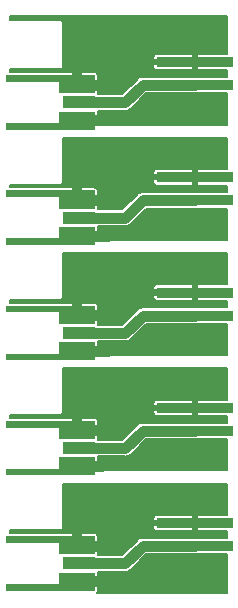
<source format=gbr>
G04 #@! TF.GenerationSoftware,KiCad,Pcbnew,(5.0.2)-1*
G04 #@! TF.CreationDate,2019-09-04T12:41:45-04:00*
G04 #@! TF.ProjectId,MMCX_2DD-100P_Odd,4d4d4358-5f32-4444-942d-313030505f4f,rev?*
G04 #@! TF.SameCoordinates,Original*
G04 #@! TF.FileFunction,Copper,L2,Bot*
G04 #@! TF.FilePolarity,Positive*
%FSLAX46Y46*%
G04 Gerber Fmt 4.6, Leading zero omitted, Abs format (unit mm)*
G04 Created by KiCad (PCBNEW (5.0.2)-1) date 9/4/2019 12:41:45 PM*
%MOMM*%
%LPD*%
G01*
G04 APERTURE LIST*
G04 #@! TA.AperFunction,SMDPad,CuDef*
%ADD10R,6.477000X0.883920*%
G04 #@! TD*
G04 #@! TA.AperFunction,SMDPad,CuDef*
%ADD11R,2.695200X1.092200*%
G04 #@! TD*
G04 #@! TA.AperFunction,SMDPad,CuDef*
%ADD12C,1.525300*%
G04 #@! TD*
G04 #@! TA.AperFunction,Conductor*
%ADD13C,0.100000*%
G04 #@! TD*
G04 #@! TA.AperFunction,ViaPad*
%ADD14C,0.800000*%
G04 #@! TD*
G04 #@! TA.AperFunction,Conductor*
%ADD15C,0.896620*%
G04 #@! TD*
G04 #@! TA.AperFunction,Conductor*
%ADD16C,0.883920*%
G04 #@! TD*
G04 #@! TA.AperFunction,Conductor*
%ADD17C,0.152400*%
G04 #@! TD*
G04 APERTURE END LIST*
D10*
G04 #@! TO.P,J2,1*
G04 #@! TO.N,Net-(J1-Pad1)*
X156189135Y-28026470D03*
G04 #@! TO.P,J2,3*
G04 #@! TO.N,Net-(J1-Pad2)*
X156189135Y-26074760D03*
G04 #@! TD*
G04 #@! TO.P,J5,1*
G04 #@! TO.N,Net-(J4-Pad1)*
X156189135Y-37784990D03*
G04 #@! TO.P,J5,3*
G04 #@! TO.N,Net-(J4-Pad2)*
X156189135Y-35833280D03*
G04 #@! TD*
G04 #@! TO.P,J8,1*
G04 #@! TO.N,Net-(J7-Pad1)*
X156189135Y-47543507D03*
G04 #@! TO.P,J8,3*
G04 #@! TO.N,Net-(J7-Pad2)*
X156189135Y-45591797D03*
G04 #@! TD*
G04 #@! TO.P,J11,1*
G04 #@! TO.N,Net-(J10-Pad1)*
X156189135Y-57302027D03*
G04 #@! TO.P,J11,3*
G04 #@! TO.N,Net-(J10-Pad2)*
X156189135Y-55350317D03*
G04 #@! TD*
G04 #@! TO.P,J14,1*
G04 #@! TO.N,Net-(J13-Pad1)*
X156189135Y-67060553D03*
G04 #@! TO.P,J14,3*
G04 #@! TO.N,Net-(J13-Pad2)*
X156189135Y-65108843D03*
G04 #@! TD*
D11*
G04 #@! TO.P,J1,1*
G04 #@! TO.N,Net-(J1-Pad1)*
X146393385Y-29490245D03*
D12*
G04 #@! TO.P,J1,2*
G04 #@! TO.N,Net-(J1-Pad2)*
X146240985Y-31027595D03*
D13*
G04 #@! TD*
G04 #@! TO.N,Net-(J1-Pad2)*
G04 #@! TO.C,J1*
G36*
X147740985Y-31790245D02*
X140240985Y-31790245D01*
X140240985Y-31240245D01*
X144740985Y-31240245D01*
X144740985Y-30264945D01*
X147740985Y-30264945D01*
X147740985Y-31790245D01*
X147740985Y-31790245D01*
G37*
D12*
G04 #@! TO.P,J1,2*
G04 #@! TO.N,Net-(J1-Pad2)*
X146240985Y-27952895D03*
D13*
G04 #@! TD*
G04 #@! TO.N,Net-(J1-Pad2)*
G04 #@! TO.C,J1*
G36*
X147740985Y-28715545D02*
X144740985Y-28715545D01*
X144740985Y-27740245D01*
X140240985Y-27740245D01*
X140240985Y-27190245D01*
X147740985Y-27190245D01*
X147740985Y-28715545D01*
X147740985Y-28715545D01*
G37*
D12*
G04 #@! TO.P,J4,2*
G04 #@! TO.N,Net-(J4-Pad2)*
X146240985Y-37711415D03*
D13*
G04 #@! TD*
G04 #@! TO.N,Net-(J4-Pad2)*
G04 #@! TO.C,J4*
G36*
X147740985Y-38474065D02*
X144740985Y-38474065D01*
X144740985Y-37498765D01*
X140240985Y-37498765D01*
X140240985Y-36948765D01*
X147740985Y-36948765D01*
X147740985Y-38474065D01*
X147740985Y-38474065D01*
G37*
D12*
G04 #@! TO.P,J4,2*
G04 #@! TO.N,Net-(J4-Pad2)*
X146240985Y-40786115D03*
D13*
G04 #@! TD*
G04 #@! TO.N,Net-(J4-Pad2)*
G04 #@! TO.C,J4*
G36*
X147740985Y-41548765D02*
X140240985Y-41548765D01*
X140240985Y-40998765D01*
X144740985Y-40998765D01*
X144740985Y-40023465D01*
X147740985Y-40023465D01*
X147740985Y-41548765D01*
X147740985Y-41548765D01*
G37*
D11*
G04 #@! TO.P,J4,1*
G04 #@! TO.N,Net-(J4-Pad1)*
X146393385Y-39248765D03*
G04 #@! TD*
D12*
G04 #@! TO.P,J7,2*
G04 #@! TO.N,Net-(J7-Pad2)*
X146240985Y-47469935D03*
D13*
G04 #@! TD*
G04 #@! TO.N,Net-(J7-Pad2)*
G04 #@! TO.C,J7*
G36*
X147740985Y-48232585D02*
X144740985Y-48232585D01*
X144740985Y-47257285D01*
X140240985Y-47257285D01*
X140240985Y-46707285D01*
X147740985Y-46707285D01*
X147740985Y-48232585D01*
X147740985Y-48232585D01*
G37*
D12*
G04 #@! TO.P,J7,2*
G04 #@! TO.N,Net-(J7-Pad2)*
X146240985Y-50544635D03*
D13*
G04 #@! TD*
G04 #@! TO.N,Net-(J7-Pad2)*
G04 #@! TO.C,J7*
G36*
X147740985Y-51307285D02*
X140240985Y-51307285D01*
X140240985Y-50757285D01*
X144740985Y-50757285D01*
X144740985Y-49781985D01*
X147740985Y-49781985D01*
X147740985Y-51307285D01*
X147740985Y-51307285D01*
G37*
D11*
G04 #@! TO.P,J7,1*
G04 #@! TO.N,Net-(J7-Pad1)*
X146393385Y-49007285D03*
G04 #@! TD*
D12*
G04 #@! TO.P,J10,2*
G04 #@! TO.N,Net-(J10-Pad2)*
X146240985Y-57228455D03*
D13*
G04 #@! TD*
G04 #@! TO.N,Net-(J10-Pad2)*
G04 #@! TO.C,J10*
G36*
X147740985Y-57991105D02*
X144740985Y-57991105D01*
X144740985Y-57015805D01*
X140240985Y-57015805D01*
X140240985Y-56465805D01*
X147740985Y-56465805D01*
X147740985Y-57991105D01*
X147740985Y-57991105D01*
G37*
D12*
G04 #@! TO.P,J10,2*
G04 #@! TO.N,Net-(J10-Pad2)*
X146240985Y-60303155D03*
D13*
G04 #@! TD*
G04 #@! TO.N,Net-(J10-Pad2)*
G04 #@! TO.C,J10*
G36*
X147740985Y-61065805D02*
X140240985Y-61065805D01*
X140240985Y-60515805D01*
X144740985Y-60515805D01*
X144740985Y-59540505D01*
X147740985Y-59540505D01*
X147740985Y-61065805D01*
X147740985Y-61065805D01*
G37*
D11*
G04 #@! TO.P,J10,1*
G04 #@! TO.N,Net-(J10-Pad1)*
X146393385Y-58765805D03*
G04 #@! TD*
D12*
G04 #@! TO.P,J13,2*
G04 #@! TO.N,Net-(J13-Pad2)*
X146240985Y-66986975D03*
D13*
G04 #@! TD*
G04 #@! TO.N,Net-(J13-Pad2)*
G04 #@! TO.C,J13*
G36*
X147740985Y-67749625D02*
X144740985Y-67749625D01*
X144740985Y-66774325D01*
X140240985Y-66774325D01*
X140240985Y-66224325D01*
X147740985Y-66224325D01*
X147740985Y-67749625D01*
X147740985Y-67749625D01*
G37*
D12*
G04 #@! TO.P,J13,2*
G04 #@! TO.N,Net-(J13-Pad2)*
X146240985Y-70061675D03*
D13*
G04 #@! TD*
G04 #@! TO.N,Net-(J13-Pad2)*
G04 #@! TO.C,J13*
G36*
X147740985Y-70824325D02*
X140240985Y-70824325D01*
X140240985Y-70274325D01*
X144740985Y-70274325D01*
X144740985Y-69299025D01*
X147740985Y-69299025D01*
X147740985Y-70824325D01*
X147740985Y-70824325D01*
G37*
D11*
G04 #@! TO.P,J13,1*
G04 #@! TO.N,Net-(J13-Pad1)*
X146393385Y-68524325D03*
G04 #@! TD*
D14*
G04 #@! TO.N,Net-(J1-Pad2)*
X148382319Y-28026467D03*
X148382319Y-23147201D03*
X149846097Y-26074763D03*
X150334023Y-23147207D03*
X151797801Y-24123059D03*
X148382319Y-30954023D03*
X148382319Y-26148335D03*
X155701209Y-24610985D03*
X151797801Y-29978171D03*
X150334023Y-30954023D03*
X158140839Y-24610985D03*
X149846097Y-28026467D03*
X153261579Y-29490245D03*
X150821949Y-27050615D03*
X155701209Y-29490245D03*
X158140839Y-29490245D03*
X153261579Y-24610985D03*
G04 #@! TO.N,Net-(J4-Pad2)*
X153261579Y-39248765D03*
X155701209Y-39248765D03*
X158140839Y-39248765D03*
X148382319Y-32905727D03*
X148382319Y-37784987D03*
X148382319Y-40761159D03*
X148382319Y-35833283D03*
X151797801Y-33881579D03*
X151797801Y-39736691D03*
X150334023Y-40712543D03*
X149846097Y-37784987D03*
X149846097Y-35833283D03*
X150821949Y-36809135D03*
X150334023Y-32905727D03*
X153261579Y-34369505D03*
X155701209Y-34369505D03*
X158140839Y-34369505D03*
G04 #@! TO.N,Net-(J7-Pad2)*
X153261579Y-49007285D03*
X155701209Y-49007285D03*
X158140839Y-49007285D03*
X148382319Y-47543507D03*
X148382319Y-45591803D03*
X151797801Y-49495211D03*
X150334023Y-50471063D03*
X149846097Y-45591803D03*
X150821949Y-46567655D03*
X148382319Y-50519709D03*
X151797801Y-43640099D03*
X148382319Y-42664247D03*
X150334023Y-42664247D03*
X153261579Y-44128025D03*
X155701209Y-44128025D03*
X158140839Y-44128025D03*
X149846097Y-47543507D03*
G04 #@! TO.N,Net-(J10-Pad2)*
X153261579Y-58765805D03*
X155701209Y-58765805D03*
X158140839Y-58765805D03*
X148382319Y-57302027D03*
X148382337Y-60303155D03*
X148382337Y-52422866D03*
X148382319Y-55350323D03*
X149846097Y-55350323D03*
X150334023Y-60229583D03*
X151797801Y-53398619D03*
X151797801Y-59253731D03*
X150821949Y-56326175D03*
X150334023Y-52422767D03*
X153261579Y-53886545D03*
X155701209Y-53886545D03*
X158140839Y-53886545D03*
X149846097Y-57302027D03*
G04 #@! TO.N,Net-(J13-Pad2)*
X155701209Y-68524325D03*
X151797801Y-69012251D03*
X149846097Y-65108843D03*
X148382319Y-67060547D03*
X148382337Y-62181441D03*
X148382337Y-70036809D03*
X148308931Y-65182415D03*
X150334023Y-69988103D03*
X158140839Y-68524325D03*
X150821949Y-66084695D03*
X153261579Y-68524325D03*
X150334023Y-62181287D03*
X158140839Y-63645065D03*
X155701209Y-63645065D03*
X153261579Y-63645065D03*
X151797801Y-63157139D03*
X149846097Y-67060547D03*
G04 #@! TD*
D15*
G04 #@! TO.N,Net-(J1-Pad1)*
X150334023Y-29490245D02*
X146393385Y-29490245D01*
X151797798Y-28026470D02*
X156189135Y-28026470D01*
X150334023Y-29490245D02*
X151797798Y-28026470D01*
D16*
G04 #@! TO.N,Net-(J1-Pad2)*
X146240985Y-27643680D02*
X146240985Y-25776467D01*
D15*
X146240985Y-27977911D02*
X147942949Y-27977911D01*
X146240985Y-31002609D02*
X148821659Y-31002609D01*
X148821659Y-31002609D02*
X148821659Y-31002609D01*
G04 #@! TO.N,Net-(J4-Pad1)*
X150334023Y-39248765D02*
X146393385Y-39248765D01*
X151797798Y-37784990D02*
X156189135Y-37784990D01*
X150334023Y-39248765D02*
X151797798Y-37784990D01*
D16*
G04 #@! TO.N,Net-(J4-Pad2)*
X146240985Y-37402230D02*
X146240985Y-36022913D01*
X146240985Y-36022913D02*
X146430582Y-35833316D01*
D15*
X146240985Y-37736461D02*
X147942919Y-37736461D01*
X146240985Y-40761159D02*
X148333787Y-40761159D01*
X148821662Y-40761159D02*
X148821662Y-40761159D01*
X148333787Y-40761159D02*
X148821662Y-40761159D01*
G04 #@! TO.N,Net-(J7-Pad1)*
X150334023Y-49007285D02*
X146393385Y-49007285D01*
X151797801Y-47543507D02*
X156189135Y-47543507D01*
X150334023Y-49007285D02*
X151797801Y-47543507D01*
D16*
G04 #@! TO.N,Net-(J7-Pad2)*
X146240985Y-47160780D02*
X146240985Y-45781433D01*
X146240985Y-45781433D02*
X146430549Y-45591869D01*
D15*
X146240985Y-47495011D02*
X147942889Y-47495011D01*
X146240985Y-50519709D02*
X148382319Y-50519709D01*
X148382319Y-50519709D02*
X148821665Y-50519709D01*
G04 #@! TO.N,Net-(J10-Pad1)*
X150334023Y-58765805D02*
X146393385Y-58765805D01*
X151797801Y-57302027D02*
X156189135Y-57302027D01*
X150334023Y-58765805D02*
X151797801Y-57302027D01*
D16*
G04 #@! TO.N,Net-(J10-Pad2)*
X146240985Y-57271040D02*
X146240985Y-55539953D01*
D15*
X146240985Y-60303155D02*
X148308747Y-60303155D01*
X146240985Y-57228455D02*
X148308747Y-57228455D01*
X148308747Y-60303155D02*
X148308747Y-60303155D01*
G04 #@! TO.N,Net-(J13-Pad1)*
X146393385Y-68524325D02*
X150334023Y-68524325D01*
X151797795Y-67060553D02*
X156189135Y-67060553D01*
X150334023Y-68524325D02*
X151797795Y-67060553D01*
D16*
G04 #@! TO.N,Net-(J13-Pad2)*
X146240985Y-66677880D02*
X146240985Y-65298473D01*
X146240985Y-65298473D02*
X146430483Y-65108975D01*
D15*
X146240985Y-67012111D02*
X147942829Y-67012111D01*
X146240985Y-70036809D02*
X148821671Y-70036809D01*
G04 #@! TD*
D17*
G04 #@! TO.N,Net-(J1-Pad2)*
G36*
X158941700Y-31365749D02*
X147996214Y-31365749D01*
X147996214Y-30264945D01*
X147991310Y-30215152D01*
X147984455Y-30192555D01*
X150299525Y-30192555D01*
X150334023Y-30195953D01*
X150368521Y-30192555D01*
X150368523Y-30192555D01*
X150471700Y-30182393D01*
X150604086Y-30142234D01*
X150726093Y-30077020D01*
X150833034Y-29989256D01*
X150855033Y-29962450D01*
X152088705Y-28728780D01*
X156223635Y-28728780D01*
X156275640Y-28723658D01*
X158941700Y-28723658D01*
X158941700Y-31365749D01*
X158941700Y-31365749D01*
G37*
X158941700Y-31365749D02*
X147996214Y-31365749D01*
X147996214Y-30264945D01*
X147991310Y-30215152D01*
X147984455Y-30192555D01*
X150299525Y-30192555D01*
X150334023Y-30195953D01*
X150368521Y-30192555D01*
X150368523Y-30192555D01*
X150471700Y-30182393D01*
X150604086Y-30142234D01*
X150726093Y-30077020D01*
X150833034Y-29989256D01*
X150855033Y-29962450D01*
X152088705Y-28728780D01*
X156223635Y-28728780D01*
X156275640Y-28723658D01*
X158941700Y-28723658D01*
X158941700Y-31365749D01*
G36*
X158941700Y-25378800D02*
X156430435Y-25378800D01*
X156366935Y-25442300D01*
X156366935Y-25896960D01*
X156386935Y-25896960D01*
X156386935Y-26252560D01*
X156366935Y-26252560D01*
X156366935Y-26707220D01*
X156430435Y-26770720D01*
X158941700Y-26770720D01*
X158941700Y-27329282D01*
X156275640Y-27329282D01*
X156223635Y-27324160D01*
X151832287Y-27324160D01*
X151797797Y-27320763D01*
X151763307Y-27324160D01*
X151763298Y-27324160D01*
X151660121Y-27334322D01*
X151527735Y-27374481D01*
X151405728Y-27439695D01*
X151298787Y-27527459D01*
X151276797Y-27554255D01*
X150043118Y-28787935D01*
X147984455Y-28787935D01*
X147991310Y-28765338D01*
X147996214Y-28715545D01*
X147996214Y-27190245D01*
X147991310Y-27140452D01*
X147976786Y-27092573D01*
X147953200Y-27048447D01*
X147921459Y-27009771D01*
X147882783Y-26978030D01*
X147838657Y-26954444D01*
X147790778Y-26939920D01*
X147740985Y-26935016D01*
X140570000Y-26935016D01*
X140570000Y-26690000D01*
X144724846Y-26690000D01*
X144741000Y-26691591D01*
X144757154Y-26690000D01*
X144805495Y-26685239D01*
X144867512Y-26666426D01*
X144924667Y-26635876D01*
X144974763Y-26594763D01*
X145015876Y-26544667D01*
X145046426Y-26487512D01*
X145065239Y-26425495D01*
X145071591Y-26361000D01*
X145070000Y-26344846D01*
X145070000Y-26316060D01*
X152696635Y-26316060D01*
X152696635Y-26541737D01*
X152706396Y-26590809D01*
X152725543Y-26637034D01*
X152753340Y-26678635D01*
X152788719Y-26714015D01*
X152830321Y-26741812D01*
X152876546Y-26760959D01*
X152925618Y-26770720D01*
X155947835Y-26770720D01*
X156011335Y-26707220D01*
X156011335Y-26252560D01*
X152760135Y-26252560D01*
X152696635Y-26316060D01*
X145070000Y-26316060D01*
X145070000Y-25607783D01*
X152696635Y-25607783D01*
X152696635Y-25833460D01*
X152760135Y-25896960D01*
X156011335Y-25896960D01*
X156011335Y-25442300D01*
X155947835Y-25378800D01*
X152925618Y-25378800D01*
X152876546Y-25388561D01*
X152830321Y-25407708D01*
X152788719Y-25435505D01*
X152753340Y-25470885D01*
X152725543Y-25512486D01*
X152706396Y-25558711D01*
X152696635Y-25607783D01*
X145070000Y-25607783D01*
X145070000Y-22877154D01*
X145071591Y-22861000D01*
X145065239Y-22796505D01*
X145046426Y-22734488D01*
X145015876Y-22677333D01*
X144974763Y-22627237D01*
X144924667Y-22586124D01*
X144867512Y-22555574D01*
X144805495Y-22536761D01*
X144757154Y-22532000D01*
X144741000Y-22530409D01*
X144724846Y-22532000D01*
X140570000Y-22532000D01*
X140570000Y-22140000D01*
X158941700Y-22140000D01*
X158941700Y-25378800D01*
X158941700Y-25378800D01*
G37*
X158941700Y-25378800D02*
X156430435Y-25378800D01*
X156366935Y-25442300D01*
X156366935Y-25896960D01*
X156386935Y-25896960D01*
X156386935Y-26252560D01*
X156366935Y-26252560D01*
X156366935Y-26707220D01*
X156430435Y-26770720D01*
X158941700Y-26770720D01*
X158941700Y-27329282D01*
X156275640Y-27329282D01*
X156223635Y-27324160D01*
X151832287Y-27324160D01*
X151797797Y-27320763D01*
X151763307Y-27324160D01*
X151763298Y-27324160D01*
X151660121Y-27334322D01*
X151527735Y-27374481D01*
X151405728Y-27439695D01*
X151298787Y-27527459D01*
X151276797Y-27554255D01*
X150043118Y-28787935D01*
X147984455Y-28787935D01*
X147991310Y-28765338D01*
X147996214Y-28715545D01*
X147996214Y-27190245D01*
X147991310Y-27140452D01*
X147976786Y-27092573D01*
X147953200Y-27048447D01*
X147921459Y-27009771D01*
X147882783Y-26978030D01*
X147838657Y-26954444D01*
X147790778Y-26939920D01*
X147740985Y-26935016D01*
X140570000Y-26935016D01*
X140570000Y-26690000D01*
X144724846Y-26690000D01*
X144741000Y-26691591D01*
X144757154Y-26690000D01*
X144805495Y-26685239D01*
X144867512Y-26666426D01*
X144924667Y-26635876D01*
X144974763Y-26594763D01*
X145015876Y-26544667D01*
X145046426Y-26487512D01*
X145065239Y-26425495D01*
X145071591Y-26361000D01*
X145070000Y-26344846D01*
X145070000Y-26316060D01*
X152696635Y-26316060D01*
X152696635Y-26541737D01*
X152706396Y-26590809D01*
X152725543Y-26637034D01*
X152753340Y-26678635D01*
X152788719Y-26714015D01*
X152830321Y-26741812D01*
X152876546Y-26760959D01*
X152925618Y-26770720D01*
X155947835Y-26770720D01*
X156011335Y-26707220D01*
X156011335Y-26252560D01*
X152760135Y-26252560D01*
X152696635Y-26316060D01*
X145070000Y-26316060D01*
X145070000Y-25607783D01*
X152696635Y-25607783D01*
X152696635Y-25833460D01*
X152760135Y-25896960D01*
X156011335Y-25896960D01*
X156011335Y-25442300D01*
X155947835Y-25378800D01*
X152925618Y-25378800D01*
X152876546Y-25388561D01*
X152830321Y-25407708D01*
X152788719Y-25435505D01*
X152753340Y-25470885D01*
X152725543Y-25512486D01*
X152706396Y-25558711D01*
X152696635Y-25607783D01*
X145070000Y-25607783D01*
X145070000Y-22877154D01*
X145071591Y-22861000D01*
X145065239Y-22796505D01*
X145046426Y-22734488D01*
X145015876Y-22677333D01*
X144974763Y-22627237D01*
X144924667Y-22586124D01*
X144867512Y-22555574D01*
X144805495Y-22536761D01*
X144757154Y-22532000D01*
X144741000Y-22530409D01*
X144724846Y-22532000D01*
X140570000Y-22532000D01*
X140570000Y-22140000D01*
X158941700Y-22140000D01*
X158941700Y-25378800D01*
G04 #@! TO.N,Net-(J4-Pad2)*
G36*
X158941700Y-41124269D02*
X147996214Y-41124269D01*
X147996214Y-40023465D01*
X147991310Y-39973672D01*
X147984455Y-39951075D01*
X150299525Y-39951075D01*
X150334023Y-39954473D01*
X150368521Y-39951075D01*
X150368523Y-39951075D01*
X150471700Y-39940913D01*
X150604086Y-39900754D01*
X150726093Y-39835540D01*
X150833034Y-39747776D01*
X150855033Y-39720970D01*
X152088705Y-38487300D01*
X156223635Y-38487300D01*
X156275640Y-38482178D01*
X158941700Y-38482178D01*
X158941700Y-41124269D01*
X158941700Y-41124269D01*
G37*
X158941700Y-41124269D02*
X147996214Y-41124269D01*
X147996214Y-40023465D01*
X147991310Y-39973672D01*
X147984455Y-39951075D01*
X150299525Y-39951075D01*
X150334023Y-39954473D01*
X150368521Y-39951075D01*
X150368523Y-39951075D01*
X150471700Y-39940913D01*
X150604086Y-39900754D01*
X150726093Y-39835540D01*
X150833034Y-39747776D01*
X150855033Y-39720970D01*
X152088705Y-38487300D01*
X156223635Y-38487300D01*
X156275640Y-38482178D01*
X158941700Y-38482178D01*
X158941700Y-41124269D01*
G36*
X158941700Y-35137320D02*
X156430435Y-35137320D01*
X156366935Y-35200820D01*
X156366935Y-35655480D01*
X156386935Y-35655480D01*
X156386935Y-36011080D01*
X156366935Y-36011080D01*
X156366935Y-36465740D01*
X156430435Y-36529240D01*
X158941700Y-36529240D01*
X158941700Y-37087802D01*
X156275640Y-37087802D01*
X156223635Y-37082680D01*
X151832287Y-37082680D01*
X151797797Y-37079283D01*
X151763307Y-37082680D01*
X151763298Y-37082680D01*
X151660121Y-37092842D01*
X151527735Y-37133001D01*
X151405728Y-37198215D01*
X151298787Y-37285979D01*
X151276797Y-37312775D01*
X150043118Y-38546455D01*
X147984455Y-38546455D01*
X147991310Y-38523858D01*
X147996214Y-38474065D01*
X147996214Y-36948765D01*
X147991310Y-36898972D01*
X147976786Y-36851093D01*
X147953200Y-36806967D01*
X147921459Y-36768291D01*
X147882783Y-36736550D01*
X147838657Y-36712964D01*
X147790778Y-36698440D01*
X147740985Y-36693536D01*
X140570000Y-36693536D01*
X140570000Y-36448526D01*
X144724846Y-36448526D01*
X144741000Y-36450117D01*
X144757154Y-36448526D01*
X144805495Y-36443765D01*
X144867512Y-36424952D01*
X144924667Y-36394402D01*
X144974763Y-36353289D01*
X145015876Y-36303193D01*
X145046426Y-36246038D01*
X145065239Y-36184021D01*
X145071591Y-36119526D01*
X145070000Y-36103372D01*
X145070000Y-36074580D01*
X152696635Y-36074580D01*
X152696635Y-36300257D01*
X152706396Y-36349329D01*
X152725543Y-36395554D01*
X152753340Y-36437155D01*
X152788719Y-36472535D01*
X152830321Y-36500332D01*
X152876546Y-36519479D01*
X152925618Y-36529240D01*
X155947835Y-36529240D01*
X156011335Y-36465740D01*
X156011335Y-36011080D01*
X152760135Y-36011080D01*
X152696635Y-36074580D01*
X145070000Y-36074580D01*
X145070000Y-35366303D01*
X152696635Y-35366303D01*
X152696635Y-35591980D01*
X152760135Y-35655480D01*
X156011335Y-35655480D01*
X156011335Y-35200820D01*
X155947835Y-35137320D01*
X152925618Y-35137320D01*
X152876546Y-35147081D01*
X152830321Y-35166228D01*
X152788719Y-35194025D01*
X152753340Y-35229405D01*
X152725543Y-35271006D01*
X152706396Y-35317231D01*
X152696635Y-35366303D01*
X145070000Y-35366303D01*
X145070000Y-32635680D01*
X145071591Y-32619526D01*
X145065239Y-32555031D01*
X145046725Y-32494001D01*
X158941700Y-32494001D01*
X158941700Y-35137320D01*
X158941700Y-35137320D01*
G37*
X158941700Y-35137320D02*
X156430435Y-35137320D01*
X156366935Y-35200820D01*
X156366935Y-35655480D01*
X156386935Y-35655480D01*
X156386935Y-36011080D01*
X156366935Y-36011080D01*
X156366935Y-36465740D01*
X156430435Y-36529240D01*
X158941700Y-36529240D01*
X158941700Y-37087802D01*
X156275640Y-37087802D01*
X156223635Y-37082680D01*
X151832287Y-37082680D01*
X151797797Y-37079283D01*
X151763307Y-37082680D01*
X151763298Y-37082680D01*
X151660121Y-37092842D01*
X151527735Y-37133001D01*
X151405728Y-37198215D01*
X151298787Y-37285979D01*
X151276797Y-37312775D01*
X150043118Y-38546455D01*
X147984455Y-38546455D01*
X147991310Y-38523858D01*
X147996214Y-38474065D01*
X147996214Y-36948765D01*
X147991310Y-36898972D01*
X147976786Y-36851093D01*
X147953200Y-36806967D01*
X147921459Y-36768291D01*
X147882783Y-36736550D01*
X147838657Y-36712964D01*
X147790778Y-36698440D01*
X147740985Y-36693536D01*
X140570000Y-36693536D01*
X140570000Y-36448526D01*
X144724846Y-36448526D01*
X144741000Y-36450117D01*
X144757154Y-36448526D01*
X144805495Y-36443765D01*
X144867512Y-36424952D01*
X144924667Y-36394402D01*
X144974763Y-36353289D01*
X145015876Y-36303193D01*
X145046426Y-36246038D01*
X145065239Y-36184021D01*
X145071591Y-36119526D01*
X145070000Y-36103372D01*
X145070000Y-36074580D01*
X152696635Y-36074580D01*
X152696635Y-36300257D01*
X152706396Y-36349329D01*
X152725543Y-36395554D01*
X152753340Y-36437155D01*
X152788719Y-36472535D01*
X152830321Y-36500332D01*
X152876546Y-36519479D01*
X152925618Y-36529240D01*
X155947835Y-36529240D01*
X156011335Y-36465740D01*
X156011335Y-36011080D01*
X152760135Y-36011080D01*
X152696635Y-36074580D01*
X145070000Y-36074580D01*
X145070000Y-35366303D01*
X152696635Y-35366303D01*
X152696635Y-35591980D01*
X152760135Y-35655480D01*
X156011335Y-35655480D01*
X156011335Y-35200820D01*
X155947835Y-35137320D01*
X152925618Y-35137320D01*
X152876546Y-35147081D01*
X152830321Y-35166228D01*
X152788719Y-35194025D01*
X152753340Y-35229405D01*
X152725543Y-35271006D01*
X152706396Y-35317231D01*
X152696635Y-35366303D01*
X145070000Y-35366303D01*
X145070000Y-32635680D01*
X145071591Y-32619526D01*
X145065239Y-32555031D01*
X145046725Y-32494001D01*
X158941700Y-32494001D01*
X158941700Y-35137320D01*
G04 #@! TO.N,Net-(J7-Pad2)*
G36*
X158941701Y-50882789D02*
X147996214Y-50882789D01*
X147996214Y-49781985D01*
X147991310Y-49732192D01*
X147984455Y-49709595D01*
X150299525Y-49709595D01*
X150334023Y-49712993D01*
X150368521Y-49709595D01*
X150368523Y-49709595D01*
X150471700Y-49699433D01*
X150604086Y-49659274D01*
X150726093Y-49594060D01*
X150833034Y-49506296D01*
X150855033Y-49479490D01*
X152088707Y-48245817D01*
X156223635Y-48245817D01*
X156275640Y-48240695D01*
X158941701Y-48240695D01*
X158941701Y-50882789D01*
X158941701Y-50882789D01*
G37*
X158941701Y-50882789D02*
X147996214Y-50882789D01*
X147996214Y-49781985D01*
X147991310Y-49732192D01*
X147984455Y-49709595D01*
X150299525Y-49709595D01*
X150334023Y-49712993D01*
X150368521Y-49709595D01*
X150368523Y-49709595D01*
X150471700Y-49699433D01*
X150604086Y-49659274D01*
X150726093Y-49594060D01*
X150833034Y-49506296D01*
X150855033Y-49479490D01*
X152088707Y-48245817D01*
X156223635Y-48245817D01*
X156275640Y-48240695D01*
X158941701Y-48240695D01*
X158941701Y-50882789D01*
G36*
X158941700Y-44895837D02*
X156430435Y-44895837D01*
X156366935Y-44959337D01*
X156366935Y-45413997D01*
X156386935Y-45413997D01*
X156386935Y-45769597D01*
X156366935Y-45769597D01*
X156366935Y-46224257D01*
X156430435Y-46287757D01*
X158941700Y-46287757D01*
X158941701Y-46846319D01*
X156275640Y-46846319D01*
X156223635Y-46841197D01*
X151832301Y-46841197D01*
X151797801Y-46837799D01*
X151660123Y-46851359D01*
X151612693Y-46865747D01*
X151527738Y-46891518D01*
X151405731Y-46956732D01*
X151298790Y-47044496D01*
X151276795Y-47071297D01*
X150043118Y-48304975D01*
X147984455Y-48304975D01*
X147991310Y-48282378D01*
X147996214Y-48232585D01*
X147996214Y-46707285D01*
X147991310Y-46657492D01*
X147976786Y-46609613D01*
X147953200Y-46565487D01*
X147921459Y-46526811D01*
X147882783Y-46495070D01*
X147838657Y-46471484D01*
X147790778Y-46456960D01*
X147740985Y-46452056D01*
X140570000Y-46452056D01*
X140570000Y-46207052D01*
X144724846Y-46207052D01*
X144741000Y-46208643D01*
X144757154Y-46207052D01*
X144805495Y-46202291D01*
X144867512Y-46183478D01*
X144924667Y-46152928D01*
X144974763Y-46111815D01*
X145015876Y-46061719D01*
X145046426Y-46004564D01*
X145065239Y-45942547D01*
X145071591Y-45878052D01*
X145070000Y-45861898D01*
X145070000Y-45833097D01*
X152696635Y-45833097D01*
X152696635Y-46058774D01*
X152706396Y-46107846D01*
X152725543Y-46154071D01*
X152753340Y-46195672D01*
X152788719Y-46231052D01*
X152830321Y-46258849D01*
X152876546Y-46277996D01*
X152925618Y-46287757D01*
X155947835Y-46287757D01*
X156011335Y-46224257D01*
X156011335Y-45769597D01*
X152760135Y-45769597D01*
X152696635Y-45833097D01*
X145070000Y-45833097D01*
X145070000Y-45124820D01*
X152696635Y-45124820D01*
X152696635Y-45350497D01*
X152760135Y-45413997D01*
X156011335Y-45413997D01*
X156011335Y-44959337D01*
X155947835Y-44895837D01*
X152925618Y-44895837D01*
X152876546Y-44905598D01*
X152830321Y-44924745D01*
X152788719Y-44952542D01*
X152753340Y-44987922D01*
X152725543Y-45029523D01*
X152706396Y-45075748D01*
X152696635Y-45124820D01*
X145070000Y-45124820D01*
X145070000Y-42394206D01*
X145071591Y-42378052D01*
X145065239Y-42313557D01*
X145046724Y-42252521D01*
X158941700Y-42252521D01*
X158941700Y-44895837D01*
X158941700Y-44895837D01*
G37*
X158941700Y-44895837D02*
X156430435Y-44895837D01*
X156366935Y-44959337D01*
X156366935Y-45413997D01*
X156386935Y-45413997D01*
X156386935Y-45769597D01*
X156366935Y-45769597D01*
X156366935Y-46224257D01*
X156430435Y-46287757D01*
X158941700Y-46287757D01*
X158941701Y-46846319D01*
X156275640Y-46846319D01*
X156223635Y-46841197D01*
X151832301Y-46841197D01*
X151797801Y-46837799D01*
X151660123Y-46851359D01*
X151612693Y-46865747D01*
X151527738Y-46891518D01*
X151405731Y-46956732D01*
X151298790Y-47044496D01*
X151276795Y-47071297D01*
X150043118Y-48304975D01*
X147984455Y-48304975D01*
X147991310Y-48282378D01*
X147996214Y-48232585D01*
X147996214Y-46707285D01*
X147991310Y-46657492D01*
X147976786Y-46609613D01*
X147953200Y-46565487D01*
X147921459Y-46526811D01*
X147882783Y-46495070D01*
X147838657Y-46471484D01*
X147790778Y-46456960D01*
X147740985Y-46452056D01*
X140570000Y-46452056D01*
X140570000Y-46207052D01*
X144724846Y-46207052D01*
X144741000Y-46208643D01*
X144757154Y-46207052D01*
X144805495Y-46202291D01*
X144867512Y-46183478D01*
X144924667Y-46152928D01*
X144974763Y-46111815D01*
X145015876Y-46061719D01*
X145046426Y-46004564D01*
X145065239Y-45942547D01*
X145071591Y-45878052D01*
X145070000Y-45861898D01*
X145070000Y-45833097D01*
X152696635Y-45833097D01*
X152696635Y-46058774D01*
X152706396Y-46107846D01*
X152725543Y-46154071D01*
X152753340Y-46195672D01*
X152788719Y-46231052D01*
X152830321Y-46258849D01*
X152876546Y-46277996D01*
X152925618Y-46287757D01*
X155947835Y-46287757D01*
X156011335Y-46224257D01*
X156011335Y-45769597D01*
X152760135Y-45769597D01*
X152696635Y-45833097D01*
X145070000Y-45833097D01*
X145070000Y-45124820D01*
X152696635Y-45124820D01*
X152696635Y-45350497D01*
X152760135Y-45413997D01*
X156011335Y-45413997D01*
X156011335Y-44959337D01*
X155947835Y-44895837D01*
X152925618Y-44895837D01*
X152876546Y-44905598D01*
X152830321Y-44924745D01*
X152788719Y-44952542D01*
X152753340Y-44987922D01*
X152725543Y-45029523D01*
X152706396Y-45075748D01*
X152696635Y-45124820D01*
X145070000Y-45124820D01*
X145070000Y-42394206D01*
X145071591Y-42378052D01*
X145065239Y-42313557D01*
X145046724Y-42252521D01*
X158941700Y-42252521D01*
X158941700Y-44895837D01*
G04 #@! TO.N,Net-(J10-Pad2)*
G36*
X158941701Y-60641309D02*
X147996214Y-60641309D01*
X147996214Y-59540505D01*
X147991310Y-59490712D01*
X147984455Y-59468115D01*
X150299525Y-59468115D01*
X150334023Y-59471513D01*
X150368521Y-59468115D01*
X150368523Y-59468115D01*
X150471700Y-59457953D01*
X150604086Y-59417794D01*
X150726093Y-59352580D01*
X150833034Y-59264816D01*
X150855033Y-59238010D01*
X152088707Y-58004337D01*
X156223635Y-58004337D01*
X156275640Y-57999215D01*
X158941701Y-57999215D01*
X158941701Y-60641309D01*
X158941701Y-60641309D01*
G37*
X158941701Y-60641309D02*
X147996214Y-60641309D01*
X147996214Y-59540505D01*
X147991310Y-59490712D01*
X147984455Y-59468115D01*
X150299525Y-59468115D01*
X150334023Y-59471513D01*
X150368521Y-59468115D01*
X150368523Y-59468115D01*
X150471700Y-59457953D01*
X150604086Y-59417794D01*
X150726093Y-59352580D01*
X150833034Y-59264816D01*
X150855033Y-59238010D01*
X152088707Y-58004337D01*
X156223635Y-58004337D01*
X156275640Y-57999215D01*
X158941701Y-57999215D01*
X158941701Y-60641309D01*
G36*
X158941701Y-54654357D02*
X156430435Y-54654357D01*
X156366935Y-54717857D01*
X156366935Y-55172517D01*
X156386935Y-55172517D01*
X156386935Y-55528117D01*
X156366935Y-55528117D01*
X156366935Y-55982777D01*
X156430435Y-56046277D01*
X158941701Y-56046277D01*
X158941701Y-56604839D01*
X156275640Y-56604839D01*
X156223635Y-56599717D01*
X151832301Y-56599717D01*
X151797801Y-56596319D01*
X151660123Y-56609879D01*
X151612693Y-56624267D01*
X151527738Y-56650038D01*
X151405731Y-56715252D01*
X151298790Y-56803016D01*
X151276795Y-56829817D01*
X150043118Y-58063495D01*
X147984455Y-58063495D01*
X147991310Y-58040898D01*
X147996214Y-57991105D01*
X147996214Y-56465805D01*
X147991310Y-56416012D01*
X147976786Y-56368133D01*
X147953200Y-56324007D01*
X147921459Y-56285331D01*
X147882783Y-56253590D01*
X147838657Y-56230004D01*
X147790778Y-56215480D01*
X147740985Y-56210576D01*
X140570000Y-56210576D01*
X140570000Y-55965578D01*
X144724846Y-55965578D01*
X144741000Y-55967169D01*
X144757154Y-55965578D01*
X144805495Y-55960817D01*
X144867512Y-55942004D01*
X144924667Y-55911454D01*
X144974763Y-55870341D01*
X145015876Y-55820245D01*
X145046426Y-55763090D01*
X145065239Y-55701073D01*
X145071591Y-55636578D01*
X145070000Y-55620424D01*
X145070000Y-55591617D01*
X152696635Y-55591617D01*
X152696635Y-55817294D01*
X152706396Y-55866366D01*
X152725543Y-55912591D01*
X152753340Y-55954192D01*
X152788719Y-55989572D01*
X152830321Y-56017369D01*
X152876546Y-56036516D01*
X152925618Y-56046277D01*
X155947835Y-56046277D01*
X156011335Y-55982777D01*
X156011335Y-55528117D01*
X152760135Y-55528117D01*
X152696635Y-55591617D01*
X145070000Y-55591617D01*
X145070000Y-54883340D01*
X152696635Y-54883340D01*
X152696635Y-55109017D01*
X152760135Y-55172517D01*
X156011335Y-55172517D01*
X156011335Y-54717857D01*
X155947835Y-54654357D01*
X152925618Y-54654357D01*
X152876546Y-54664118D01*
X152830321Y-54683265D01*
X152788719Y-54711062D01*
X152753340Y-54746442D01*
X152725543Y-54788043D01*
X152706396Y-54834268D01*
X152696635Y-54883340D01*
X145070000Y-54883340D01*
X145070000Y-52152732D01*
X145071591Y-52136578D01*
X145065239Y-52072083D01*
X145046722Y-52011041D01*
X158941701Y-52011041D01*
X158941701Y-54654357D01*
X158941701Y-54654357D01*
G37*
X158941701Y-54654357D02*
X156430435Y-54654357D01*
X156366935Y-54717857D01*
X156366935Y-55172517D01*
X156386935Y-55172517D01*
X156386935Y-55528117D01*
X156366935Y-55528117D01*
X156366935Y-55982777D01*
X156430435Y-56046277D01*
X158941701Y-56046277D01*
X158941701Y-56604839D01*
X156275640Y-56604839D01*
X156223635Y-56599717D01*
X151832301Y-56599717D01*
X151797801Y-56596319D01*
X151660123Y-56609879D01*
X151612693Y-56624267D01*
X151527738Y-56650038D01*
X151405731Y-56715252D01*
X151298790Y-56803016D01*
X151276795Y-56829817D01*
X150043118Y-58063495D01*
X147984455Y-58063495D01*
X147991310Y-58040898D01*
X147996214Y-57991105D01*
X147996214Y-56465805D01*
X147991310Y-56416012D01*
X147976786Y-56368133D01*
X147953200Y-56324007D01*
X147921459Y-56285331D01*
X147882783Y-56253590D01*
X147838657Y-56230004D01*
X147790778Y-56215480D01*
X147740985Y-56210576D01*
X140570000Y-56210576D01*
X140570000Y-55965578D01*
X144724846Y-55965578D01*
X144741000Y-55967169D01*
X144757154Y-55965578D01*
X144805495Y-55960817D01*
X144867512Y-55942004D01*
X144924667Y-55911454D01*
X144974763Y-55870341D01*
X145015876Y-55820245D01*
X145046426Y-55763090D01*
X145065239Y-55701073D01*
X145071591Y-55636578D01*
X145070000Y-55620424D01*
X145070000Y-55591617D01*
X152696635Y-55591617D01*
X152696635Y-55817294D01*
X152706396Y-55866366D01*
X152725543Y-55912591D01*
X152753340Y-55954192D01*
X152788719Y-55989572D01*
X152830321Y-56017369D01*
X152876546Y-56036516D01*
X152925618Y-56046277D01*
X155947835Y-56046277D01*
X156011335Y-55982777D01*
X156011335Y-55528117D01*
X152760135Y-55528117D01*
X152696635Y-55591617D01*
X145070000Y-55591617D01*
X145070000Y-54883340D01*
X152696635Y-54883340D01*
X152696635Y-55109017D01*
X152760135Y-55172517D01*
X156011335Y-55172517D01*
X156011335Y-54717857D01*
X155947835Y-54654357D01*
X152925618Y-54654357D01*
X152876546Y-54664118D01*
X152830321Y-54683265D01*
X152788719Y-54711062D01*
X152753340Y-54746442D01*
X152725543Y-54788043D01*
X152706396Y-54834268D01*
X152696635Y-54883340D01*
X145070000Y-54883340D01*
X145070000Y-52152732D01*
X145071591Y-52136578D01*
X145065239Y-52072083D01*
X145046722Y-52011041D01*
X158941701Y-52011041D01*
X158941701Y-54654357D01*
G04 #@! TO.N,Net-(J13-Pad2)*
G36*
X158941701Y-70995500D02*
X147929091Y-70995500D01*
X147953200Y-70966123D01*
X147976786Y-70921997D01*
X147991310Y-70874118D01*
X147996214Y-70824325D01*
X147996214Y-69299025D01*
X147991310Y-69249232D01*
X147984455Y-69226635D01*
X150299525Y-69226635D01*
X150334023Y-69230033D01*
X150368521Y-69226635D01*
X150368523Y-69226635D01*
X150471700Y-69216473D01*
X150604086Y-69176314D01*
X150726093Y-69111100D01*
X150833034Y-69023336D01*
X150855033Y-68996530D01*
X152088702Y-67762863D01*
X156223635Y-67762863D01*
X156275640Y-67757741D01*
X158941701Y-67757741D01*
X158941701Y-70995500D01*
X158941701Y-70995500D01*
G37*
X158941701Y-70995500D02*
X147929091Y-70995500D01*
X147953200Y-70966123D01*
X147976786Y-70921997D01*
X147991310Y-70874118D01*
X147996214Y-70824325D01*
X147996214Y-69299025D01*
X147991310Y-69249232D01*
X147984455Y-69226635D01*
X150299525Y-69226635D01*
X150334023Y-69230033D01*
X150368521Y-69226635D01*
X150368523Y-69226635D01*
X150471700Y-69216473D01*
X150604086Y-69176314D01*
X150726093Y-69111100D01*
X150833034Y-69023336D01*
X150855033Y-68996530D01*
X152088702Y-67762863D01*
X156223635Y-67762863D01*
X156275640Y-67757741D01*
X158941701Y-67757741D01*
X158941701Y-70995500D01*
G36*
X158941701Y-64412883D02*
X156430435Y-64412883D01*
X156366935Y-64476383D01*
X156366935Y-64931043D01*
X156386935Y-64931043D01*
X156386935Y-65286643D01*
X156366935Y-65286643D01*
X156366935Y-65741303D01*
X156430435Y-65804803D01*
X158941701Y-65804803D01*
X158941701Y-66363365D01*
X156275640Y-66363365D01*
X156223635Y-66358243D01*
X151832285Y-66358243D01*
X151797794Y-66354846D01*
X151763304Y-66358243D01*
X151763295Y-66358243D01*
X151660118Y-66368405D01*
X151527732Y-66408564D01*
X151405725Y-66473778D01*
X151298784Y-66561542D01*
X151276794Y-66588338D01*
X150043118Y-67822015D01*
X147984455Y-67822015D01*
X147991310Y-67799418D01*
X147996214Y-67749625D01*
X147996214Y-66224325D01*
X147991310Y-66174532D01*
X147976786Y-66126653D01*
X147953200Y-66082527D01*
X147921459Y-66043851D01*
X147882783Y-66012110D01*
X147838657Y-65988524D01*
X147790778Y-65974000D01*
X147740985Y-65969096D01*
X140570000Y-65969096D01*
X140570000Y-65724104D01*
X144724846Y-65724104D01*
X144741000Y-65725695D01*
X144757154Y-65724104D01*
X144805495Y-65719343D01*
X144867512Y-65700530D01*
X144924667Y-65669980D01*
X144974763Y-65628867D01*
X145015876Y-65578771D01*
X145046426Y-65521616D01*
X145065239Y-65459599D01*
X145071591Y-65395104D01*
X145070000Y-65378950D01*
X145070000Y-65350143D01*
X152696635Y-65350143D01*
X152696635Y-65575820D01*
X152706396Y-65624892D01*
X152725543Y-65671117D01*
X152753340Y-65712718D01*
X152788719Y-65748098D01*
X152830321Y-65775895D01*
X152876546Y-65795042D01*
X152925618Y-65804803D01*
X155947835Y-65804803D01*
X156011335Y-65741303D01*
X156011335Y-65286643D01*
X152760135Y-65286643D01*
X152696635Y-65350143D01*
X145070000Y-65350143D01*
X145070000Y-64641866D01*
X152696635Y-64641866D01*
X152696635Y-64867543D01*
X152760135Y-64931043D01*
X156011335Y-64931043D01*
X156011335Y-64476383D01*
X155947835Y-64412883D01*
X152925618Y-64412883D01*
X152876546Y-64422644D01*
X152830321Y-64441791D01*
X152788719Y-64469588D01*
X152753340Y-64504968D01*
X152725543Y-64546569D01*
X152706396Y-64592794D01*
X152696635Y-64641866D01*
X145070000Y-64641866D01*
X145070000Y-61911258D01*
X145071591Y-61895104D01*
X145065239Y-61830609D01*
X145046720Y-61769561D01*
X158941701Y-61769561D01*
X158941701Y-64412883D01*
X158941701Y-64412883D01*
G37*
X158941701Y-64412883D02*
X156430435Y-64412883D01*
X156366935Y-64476383D01*
X156366935Y-64931043D01*
X156386935Y-64931043D01*
X156386935Y-65286643D01*
X156366935Y-65286643D01*
X156366935Y-65741303D01*
X156430435Y-65804803D01*
X158941701Y-65804803D01*
X158941701Y-66363365D01*
X156275640Y-66363365D01*
X156223635Y-66358243D01*
X151832285Y-66358243D01*
X151797794Y-66354846D01*
X151763304Y-66358243D01*
X151763295Y-66358243D01*
X151660118Y-66368405D01*
X151527732Y-66408564D01*
X151405725Y-66473778D01*
X151298784Y-66561542D01*
X151276794Y-66588338D01*
X150043118Y-67822015D01*
X147984455Y-67822015D01*
X147991310Y-67799418D01*
X147996214Y-67749625D01*
X147996214Y-66224325D01*
X147991310Y-66174532D01*
X147976786Y-66126653D01*
X147953200Y-66082527D01*
X147921459Y-66043851D01*
X147882783Y-66012110D01*
X147838657Y-65988524D01*
X147790778Y-65974000D01*
X147740985Y-65969096D01*
X140570000Y-65969096D01*
X140570000Y-65724104D01*
X144724846Y-65724104D01*
X144741000Y-65725695D01*
X144757154Y-65724104D01*
X144805495Y-65719343D01*
X144867512Y-65700530D01*
X144924667Y-65669980D01*
X144974763Y-65628867D01*
X145015876Y-65578771D01*
X145046426Y-65521616D01*
X145065239Y-65459599D01*
X145071591Y-65395104D01*
X145070000Y-65378950D01*
X145070000Y-65350143D01*
X152696635Y-65350143D01*
X152696635Y-65575820D01*
X152706396Y-65624892D01*
X152725543Y-65671117D01*
X152753340Y-65712718D01*
X152788719Y-65748098D01*
X152830321Y-65775895D01*
X152876546Y-65795042D01*
X152925618Y-65804803D01*
X155947835Y-65804803D01*
X156011335Y-65741303D01*
X156011335Y-65286643D01*
X152760135Y-65286643D01*
X152696635Y-65350143D01*
X145070000Y-65350143D01*
X145070000Y-64641866D01*
X152696635Y-64641866D01*
X152696635Y-64867543D01*
X152760135Y-64931043D01*
X156011335Y-64931043D01*
X156011335Y-64476383D01*
X155947835Y-64412883D01*
X152925618Y-64412883D01*
X152876546Y-64422644D01*
X152830321Y-64441791D01*
X152788719Y-64469588D01*
X152753340Y-64504968D01*
X152725543Y-64546569D01*
X152706396Y-64592794D01*
X152696635Y-64641866D01*
X145070000Y-64641866D01*
X145070000Y-61911258D01*
X145071591Y-61895104D01*
X145065239Y-61830609D01*
X145046720Y-61769561D01*
X158941701Y-61769561D01*
X158941701Y-64412883D01*
G04 #@! TD*
M02*

</source>
